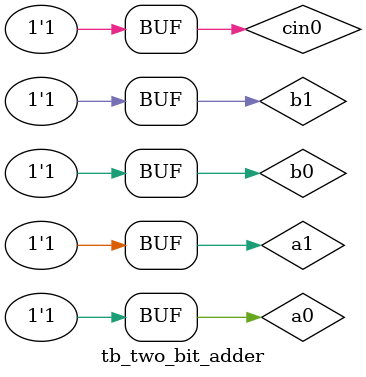
<source format=sv>
module tb_two_bit_adder;

	two_bit_adder tba1(a0, b0, a1, b1, cin0,sum0, sum1, cout1);

	initial begin
	a0 = 0; b0 = 0; a1 = 0; b1 = 0; cin0 = 0; #10;
	a0 = 0; b0 = 0; a1 = 0; b1 = 0; cin0 = 1; #10;
	a0 = 0; b0 = 1; a1 = 0; b1 = 0; cin0 = 0; #10;
	a0 = 1; b0 = 0; a1 = 0; b1 = 0; cin0 = 0; #10;
	a0 = 0; b0 = 1; a1 = 0; b1 = 0; cin0 = 1; #10;
	a0 = 1; b0 = 0; a1 = 0; b1 = 0; cin0 = 1; #10;
	a0 = 1; b0 = 1; a1 = 0; b1 = 0; cin0 = 0; #10;
	a0 = 1; b0 = 1; a1 = 0; b1 = 0; cin0 = 1; #10;
	a0 = 0; b0 = 0; a1 = 0; b1 = 1; cin0 = 0; #10;
	a0 = 0; b0 = 0; a1 = 0; b1 = 1; cin0 = 1; #10;
	a0 = 0; b0 = 1; a1 = 0; b1 = 1; cin0 = 0; #10;
	a0 = 1; b0 = 0; a1 = 0; b1 = 1; cin0 = 0; #10;
	a0 = 0; b0 = 1; a1 = 0; b1 = 1; cin0 = 1; #10;
	a0 = 1; b0 = 0; a1 = 0; b1 = 1; cin0 = 1; #10;
	a0 = 1; b0 = 1; a1 = 0; b1 = 1; cin0 = 0; #10;
	a0 = 1; b0 = 1; a1 = 0; b1 = 1; cin0 = 1; #10;
	a0 = 0; b0 = 0; a1 = 1; b1 = 0; cin0 = 0; #10;
	a0 = 0; b0 = 0; a1 = 1; b1 = 0; cin0 = 1; #10;
	a0 = 0; b0 = 1; a1 = 1; b1 = 0; cin0 = 0; #10;
	a0 = 1; b0 = 0; a1 = 1; b1 = 0; cin0 = 0; #10;
	a0 = 0; b0 = 1; a1 = 1; b1 = 0; cin0 = 1; #10;
	a0 = 1; b0 = 0; a1 = 1; b1 = 0; cin0 = 1; #10;
	a0 = 1; b0 = 1; a1 = 1; b1 = 0; cin0 = 0; #10;
	a0 = 1; b0 = 1; a1 = 1; b1 = 0; cin0 = 1; #10;
	a0 = 0; b0 = 0; a1 = 1; b1 = 1; cin0 = 0; #10;
	a0 = 0; b0 = 0; a1 = 1; b1 = 1; cin0 = 1; #10;
	a0 = 0; b0 = 1; a1 = 1; b1 = 1; cin0 = 0; #10;
	a0 = 1; b0 = 0; a1 = 1; b1 = 1; cin0 = 0; #10;
	a0 = 0; b0 = 1; a1 = 1; b1 = 1; cin0 = 1; #10;
	a0 = 1; b0 = 0; a1 = 1; b1 = 0; cin0 = 1; #10;
	a0 = 1; b0 = 1; a1 = 1; b1 = 1; cin0 = 0; #10;
	a0 = 1; b0 = 1; a1 = 1; b1 = 1; cin0 = 1; #10;
	end
endmodule 
</source>
